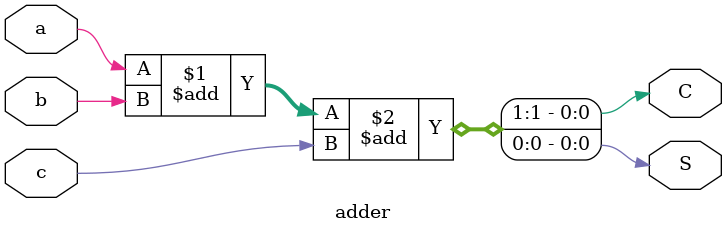
<source format=v>
`timescale 1ns / 1ps


module adder(
    input a,
    input b,
    input c,
    output S,
    output C
    );
    
    assign {C, S} = a+b+c;
endmodule
</source>
